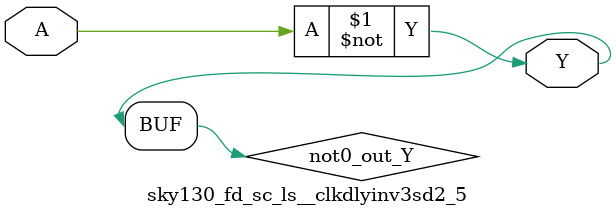
<source format=v>
module sky130_fd_sc_ls__clkdlyinv3sd2_5 (
    Y,
    A
);
    output Y;
    input  A;
    wire not0_out_Y;
    not not0 (not0_out_Y, A              );
    buf buf0 (Y         , not0_out_Y     );
endmodule
</source>
